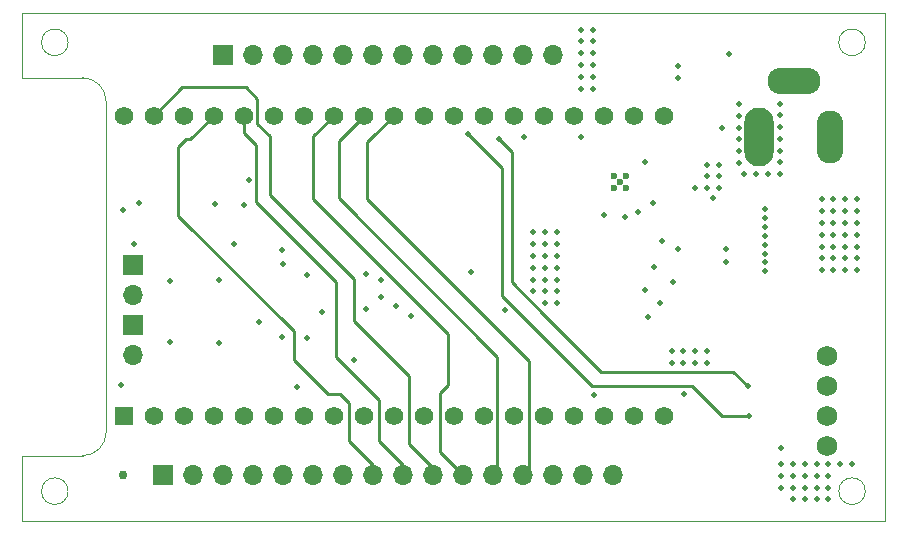
<source format=gbr>
%TF.GenerationSoftware,KiCad,Pcbnew,5.99.0-unknown-308ab8caf~106~ubuntu18.04.1*%
%TF.CreationDate,2021-02-25T19:42:53-08:00*%
%TF.ProjectId,signal-board,7369676e-616c-42d6-926f-6172642e6b69,rev?*%
%TF.SameCoordinates,Original*%
%TF.FileFunction,Copper,L3,Inr*%
%TF.FilePolarity,Positive*%
%FSLAX46Y46*%
G04 Gerber Fmt 4.6, Leading zero omitted, Abs format (unit mm)*
G04 Created by KiCad (PCBNEW 5.99.0-unknown-308ab8caf~106~ubuntu18.04.1) date 2021-02-25 19:42:53*
%MOMM*%
%LPD*%
G01*
G04 APERTURE LIST*
%TA.AperFunction,Profile*%
%ADD10C,0.100000*%
%TD*%
%TA.AperFunction,Profile*%
%ADD11C,0.120000*%
%TD*%
%TA.AperFunction,ComponentPad*%
%ADD12R,1.700000X1.700000*%
%TD*%
%TA.AperFunction,ComponentPad*%
%ADD13O,1.700000X1.700000*%
%TD*%
%TA.AperFunction,ComponentPad*%
%ADD14O,2.500000X5.000000*%
%TD*%
%TA.AperFunction,ComponentPad*%
%ADD15O,2.250000X4.500000*%
%TD*%
%TA.AperFunction,ComponentPad*%
%ADD16O,4.500000X2.250000*%
%TD*%
%TA.AperFunction,ComponentPad*%
%ADD17C,1.750000*%
%TD*%
%TA.AperFunction,ComponentPad*%
%ADD18R,1.560000X1.560000*%
%TD*%
%TA.AperFunction,ComponentPad*%
%ADD19C,1.560000*%
%TD*%
%TA.AperFunction,ComponentPad*%
%ADD20C,0.600000*%
%TD*%
%TA.AperFunction,ViaPad*%
%ADD21C,0.508000*%
%TD*%
%TA.AperFunction,ViaPad*%
%ADD22C,0.750000*%
%TD*%
%TA.AperFunction,Conductor*%
%ADD23C,0.254000*%
%TD*%
G04 APERTURE END LIST*
D10*
X170300000Y-141000000D02*
X170300000Y-98000000D01*
X170300000Y-141000000D02*
X97300000Y-141000000D01*
X97300000Y-135500000D02*
X97300000Y-141000000D01*
X104400000Y-133500000D02*
G75*
G02*
X102400000Y-135500000I-2000000J0D01*
G01*
X104400000Y-133500000D02*
X104400000Y-105500000D01*
X97300000Y-98000000D02*
X97300000Y-103500000D01*
D11*
X101175000Y-138500000D02*
G75*
G03*
X101175000Y-138500000I-1125000J0D01*
G01*
D10*
X102400000Y-103500000D02*
G75*
G02*
X104400000Y-105500000I0J-2000000D01*
G01*
D11*
X101175000Y-100500000D02*
G75*
G03*
X101175000Y-100500000I-1125000J0D01*
G01*
X97300000Y-98000000D02*
X170300000Y-98000000D01*
X168675000Y-138500000D02*
G75*
G03*
X168675000Y-138500000I-1125000J0D01*
G01*
D10*
X102400000Y-135500000D02*
X97300000Y-135500000D01*
D11*
X168675000Y-100500000D02*
G75*
G03*
X168675000Y-100500000I-1125000J0D01*
G01*
D10*
X102400000Y-103500000D02*
X97300000Y-103500000D01*
D12*
%TO.N,+3V3*%
%TO.C,J4*%
X109220000Y-137160000D03*
D13*
%TO.N,/en*%
X111760000Y-137160000D03*
%TO.N,/sensor_vp*%
X114300000Y-137160000D03*
%TO.N,/sensor_vn*%
X116840000Y-137160000D03*
%TO.N,/io34*%
X119380000Y-137160000D03*
%TO.N,/io35*%
X121920000Y-137160000D03*
%TO.N,/io25*%
X124460000Y-137160000D03*
%TO.N,/uart_tx*%
X127000000Y-137160000D03*
%TO.N,/uart_rx*%
X129540000Y-137160000D03*
%TO.N,/vspi_mosi*%
X132080000Y-137160000D03*
%TO.N,/vspi_miso*%
X134620000Y-137160000D03*
%TO.N,/vspi_clk*%
X137160000Y-137160000D03*
%TO.N,/vspi_cs*%
X139700000Y-137160000D03*
%TO.N,GND*%
X142240000Y-137160000D03*
%TO.N,+5V*%
X144780000Y-137160000D03*
%TO.N,/3-12V_UNFUSED*%
X147320000Y-137160000D03*
%TD*%
D14*
%TO.N,/3-12V_UNFUSED*%
%TO.C,J1*%
X159675000Y-108475000D03*
D15*
%TO.N,GND*%
X165675000Y-108475000D03*
D16*
X162675000Y-103775000D03*
%TD*%
D12*
%TO.N,/i2c_scl*%
%TO.C,J2*%
X114300000Y-101600000D03*
D13*
%TO.N,/i2c_sda*%
X116840000Y-101600000D03*
%TO.N,GND*%
X119380000Y-101600000D03*
%TO.N,/pixels_8*%
X121920000Y-101600000D03*
%TO.N,/pixels_7*%
X124460000Y-101600000D03*
%TO.N,/pixels_6*%
X127000000Y-101600000D03*
%TO.N,/pixels_5*%
X129540000Y-101600000D03*
%TO.N,/pixels_4*%
X132080000Y-101600000D03*
%TO.N,/pixels_3*%
X134620000Y-101600000D03*
%TO.N,/pixels_2*%
X137160000Y-101600000D03*
%TO.N,/pixels_1*%
X139700000Y-101600000D03*
%TO.N,GND*%
X142240000Y-101600000D03*
%TD*%
D17*
%TO.N,/3-12V_UNFUSED*%
%TO.C,J3*%
X165430200Y-127076200D03*
%TO.N,/pixels_1*%
X165430200Y-129616200D03*
%TO.N,/pixels_2*%
X165430200Y-132156200D03*
%TO.N,GND*%
X165430200Y-134696200D03*
%TD*%
D18*
%TO.N,+3V3*%
%TO.C,U2*%
X105890000Y-132100000D03*
D19*
%TO.N,/en*%
X108430000Y-132100000D03*
%TO.N,/sensor_vp*%
X110970000Y-132100000D03*
%TO.N,/sensor_vn*%
X113510000Y-132100000D03*
%TO.N,/io34*%
X116050000Y-132100000D03*
%TO.N,/io35*%
X118590000Y-132100000D03*
%TO.N,N/C*%
X121130000Y-132100000D03*
X123670000Y-132100000D03*
%TO.N,/io25*%
X126210000Y-132100000D03*
%TO.N,/level_shift_4*%
X128750000Y-132100000D03*
%TO.N,/level_shift_3*%
X131290000Y-132100000D03*
%TO.N,/status_led*%
X133830000Y-132100000D03*
%TO.N,/level_shift_2*%
X136370000Y-132100000D03*
%TO.N,GND*%
X138910000Y-132100000D03*
%TO.N,/level_shift_1*%
X141450000Y-132100000D03*
%TO.N,N/C*%
X143990000Y-132100000D03*
X146530000Y-132100000D03*
X149070000Y-132100000D03*
%TO.N,+5V*%
X151610000Y-132100000D03*
%TO.N,GND*%
X105890000Y-106700000D03*
%TO.N,/vspi_mosi*%
X108430000Y-106700000D03*
%TO.N,/i2c_scl*%
X110970000Y-106700000D03*
%TO.N,/uart_tx*%
X113510000Y-106700000D03*
%TO.N,/uart_rx*%
X116050000Y-106700000D03*
%TO.N,/i2c_sda*%
X118590000Y-106700000D03*
%TO.N,GND*%
X121130000Y-106700000D03*
%TO.N,/vspi_miso*%
X123670000Y-106700000D03*
%TO.N,/vspi_clk*%
X126210000Y-106700000D03*
%TO.N,/vspi_cs*%
X128750000Y-106700000D03*
%TO.N,/level_shift_8*%
X131290000Y-106700000D03*
%TO.N,/level_shift_7*%
X133830000Y-106700000D03*
%TO.N,/level_shift_6*%
X136370000Y-106700000D03*
%TO.N,/button_2*%
X138910000Y-106700000D03*
%TO.N,/level_shift_5*%
X141450000Y-106700000D03*
%TO.N,/button_1*%
X143990000Y-106700000D03*
%TO.N,N/C*%
X146530000Y-106700000D03*
X149070000Y-106700000D03*
X151610000Y-106700000D03*
%TD*%
D12*
%TO.N,GND*%
%TO.C,J5*%
X106680000Y-124460000D03*
D13*
%TO.N,Net-(J5-Pad2)*%
X106680000Y-127000000D03*
%TD*%
D20*
%TO.N,GND*%
%TO.C,U1*%
X147917100Y-112320600D03*
X147417100Y-112820600D03*
X148417100Y-112820600D03*
X148417100Y-111820600D03*
X147417100Y-111820600D03*
%TD*%
D12*
%TO.N,GND*%
%TO.C,J6*%
X106680000Y-119380000D03*
D13*
%TO.N,Net-(J6-Pad2)*%
X106680000Y-121920000D03*
%TD*%
D21*
%TO.N,GND*%
X155273000Y-126644400D03*
X140579600Y-116586000D03*
X161544000Y-136192000D03*
X109829600Y-120675400D03*
X166973000Y-114792000D03*
X166973000Y-115792000D03*
X142579600Y-116586000D03*
X144602200Y-100415600D03*
X166973000Y-116792000D03*
X142579600Y-118586000D03*
X144602200Y-104415600D03*
X141579600Y-117586000D03*
X152400000Y-120802400D03*
X163544000Y-137192000D03*
X156921200Y-119075200D03*
X167973000Y-116792000D03*
X141579600Y-119586000D03*
X141579600Y-116586000D03*
X162544000Y-139192000D03*
X152273000Y-126644400D03*
X145602200Y-104415600D03*
X117348000Y-124155200D03*
X145602200Y-103415600D03*
X156244800Y-110845600D03*
X165973000Y-118792000D03*
X164973000Y-119792000D03*
X144602200Y-102415600D03*
X141579600Y-120586000D03*
X145602200Y-101415600D03*
X164544000Y-139192000D03*
X165973000Y-114792000D03*
X140579600Y-119586000D03*
X155244800Y-112845600D03*
X113588800Y-114147600D03*
X164544000Y-136192000D03*
X164973000Y-117792000D03*
X119380000Y-119253000D03*
X166973000Y-117792000D03*
X105650000Y-129550000D03*
X163544000Y-136192000D03*
X167973000Y-113792000D03*
X139801600Y-108483400D03*
X145602200Y-99415600D03*
X165544000Y-139192000D03*
X156895800Y-118033800D03*
X144627600Y-108483400D03*
X166973000Y-113792000D03*
X164973000Y-118792000D03*
X142579600Y-121586000D03*
X164544000Y-137192000D03*
X113969800Y-125958600D03*
X155273000Y-127644400D03*
X109829600Y-125857000D03*
X167973000Y-114792000D03*
X164544000Y-138192000D03*
X156244800Y-112845600D03*
X163544000Y-139192000D03*
X162544000Y-138192000D03*
X166973000Y-119792000D03*
X161544000Y-134874000D03*
X144602200Y-99415600D03*
X122656600Y-123367800D03*
X141579600Y-121586000D03*
X165973000Y-113792000D03*
X145719800Y-130378200D03*
X145602200Y-100415600D03*
X140579600Y-118586000D03*
X141579600Y-122586000D03*
X164973000Y-115792000D03*
X152273000Y-127644400D03*
X144602200Y-103415600D03*
X154273000Y-126644400D03*
X165973000Y-119792000D03*
X144602200Y-101415600D03*
X165973000Y-116792000D03*
X165973000Y-117792000D03*
X167973000Y-117792000D03*
X120523000Y-129641600D03*
X142579600Y-117586000D03*
X161544000Y-137192000D03*
X162544000Y-136192000D03*
X167544000Y-136192000D03*
X167973000Y-118792000D03*
X164973000Y-116792000D03*
X150774400Y-119481600D03*
X166544000Y-136192000D03*
X142579600Y-119586000D03*
X155244800Y-110845600D03*
X165544000Y-138192000D03*
X142579600Y-120586000D03*
X140579600Y-117586000D03*
X116052600Y-114249200D03*
X115189000Y-117602000D03*
X164973000Y-113792000D03*
X166973000Y-118792000D03*
X140579600Y-121586000D03*
X107162600Y-114071400D03*
X106730800Y-117576600D03*
X154273000Y-127644400D03*
X153273000Y-126644400D03*
X153273000Y-127644400D03*
X142579600Y-122586000D03*
X153339800Y-130276600D03*
X113919000Y-120599200D03*
X135280400Y-119938800D03*
X165973000Y-115792000D03*
X155244800Y-111845600D03*
X162544000Y-137192000D03*
X154244800Y-112845600D03*
X119253000Y-118059200D03*
X140579600Y-120586000D03*
X145602200Y-102415600D03*
X156244800Y-111845600D03*
X138150600Y-123164600D03*
X161544000Y-138192000D03*
X167973000Y-115792000D03*
X125349000Y-127381000D03*
X165544000Y-136192000D03*
X163544000Y-138192000D03*
X164973000Y-114792000D03*
X167973000Y-119792000D03*
X165544000Y-137192000D03*
X151333200Y-122605800D03*
X141579600Y-118586000D03*
D22*
X105850000Y-137100000D03*
D21*
X119253000Y-125476000D03*
%TO.N,+3V3*%
X105825000Y-114725000D03*
X121398000Y-125531000D03*
X121384200Y-120165000D03*
%TO.N,/button_2*%
X126365000Y-120142000D03*
%TO.N,/button_1*%
X127635000Y-120650000D03*
%TO.N,/pixels_2*%
X158825000Y-132125000D03*
X135051800Y-108280200D03*
%TO.N,/pixels_1*%
X158725000Y-129625000D03*
X137668000Y-108712000D03*
%TO.N,/level_shift_5*%
X130175000Y-123698000D03*
%TO.N,/level_shift_6*%
X128905000Y-122809000D03*
%TO.N,/level_shift_7*%
X127635000Y-122047000D03*
%TO.N,/level_shift_8*%
X126365000Y-123063000D03*
%TO.N,/status_led*%
X116513000Y-112125000D03*
%TO.N,Net-(C3-Pad1)*%
X151460200Y-117297200D03*
X150672800Y-114096800D03*
%TO.N,Net-(C16-Pad1)*%
X157149800Y-101473000D03*
X152781000Y-102489000D03*
%TO.N,/TPS_FEEDBACK*%
X148365666Y-115311734D03*
X150317200Y-123723400D03*
%TO.N,/5V_Out_PG*%
X150063200Y-121488200D03*
X155800200Y-113662600D03*
X152857200Y-118008400D03*
X150063200Y-110642400D03*
%TO.N,/3-12V_UNFUSED*%
X158417000Y-111664000D03*
X157962600Y-107714800D03*
X157962600Y-109714800D03*
X161417000Y-105714800D03*
X161417000Y-106664000D03*
X160197800Y-116130200D03*
X157962600Y-106714800D03*
X159417000Y-111664000D03*
X160197800Y-119880200D03*
X160197800Y-116880200D03*
X160197800Y-118380200D03*
X161417000Y-107664000D03*
X157962600Y-105714800D03*
X160417000Y-111664000D03*
X161417000Y-110664000D03*
X161417000Y-108664000D03*
X160197800Y-119130200D03*
X160197800Y-115380200D03*
X161417000Y-111664000D03*
X160197800Y-117630200D03*
X161417000Y-109664000D03*
X157962600Y-108714800D03*
X160197800Y-114630200D03*
X157962600Y-110714800D03*
%TO.N,Net-(C15-Pad1)*%
X156514800Y-107772200D03*
X152781000Y-103479600D03*
%TO.N,VCC*%
X149428200Y-114884200D03*
X146558000Y-115112800D03*
%TD*%
D23*
%TO.N,/pixels_2*%
X156575000Y-132125000D02*
X158825000Y-132125000D01*
X153797000Y-129565400D02*
X154015400Y-129565400D01*
X137922000Y-111150400D02*
X135051800Y-108280200D01*
X139801600Y-123825000D02*
X137922000Y-121945400D01*
X145542000Y-129565400D02*
X153797000Y-129565400D01*
X139801600Y-123825000D02*
X145542000Y-129565400D01*
X137922000Y-121945400D02*
X137922000Y-111150400D01*
X154015400Y-129565400D02*
X156575000Y-132125000D01*
%TO.N,/pixels_1*%
X141579600Y-123647200D02*
X146329400Y-128397000D01*
X138760200Y-109804200D02*
X137668000Y-108712000D01*
X138760200Y-120827800D02*
X138760200Y-109804200D01*
X146329400Y-128397000D02*
X157497000Y-128397000D01*
X157497000Y-128397000D02*
X158725000Y-129625000D01*
X141579600Y-123647200D02*
X138760200Y-120827800D01*
%TO.N,/vspi_cs*%
X128750000Y-106700000D02*
X127000000Y-108450000D01*
X126492000Y-113792000D02*
X140208000Y-127508000D01*
X127000000Y-108450000D02*
X127000000Y-108458000D01*
X140208000Y-132207000D02*
X140208000Y-136652000D01*
X127000000Y-108458000D02*
X126492000Y-108966000D01*
X126492000Y-108966000D02*
X126492000Y-113792000D01*
X140208000Y-127508000D02*
X140208000Y-132207000D01*
X140208000Y-136652000D02*
X139700000Y-137160000D01*
%TO.N,/vspi_clk*%
X137531001Y-127117001D02*
X137531001Y-136788999D01*
X126210000Y-106700000D02*
X124079000Y-108831000D01*
X124079000Y-113538000D02*
X124079000Y-113665000D01*
X124079000Y-108831000D02*
X124079000Y-113538000D01*
X137531001Y-136788999D02*
X137160000Y-137160000D01*
X124079000Y-113665000D02*
X137531001Y-127117001D01*
%TO.N,/vspi_miso*%
X133350000Y-125222000D02*
X133350000Y-129540000D01*
X133350000Y-129540000D02*
X132668999Y-130221001D01*
X132668999Y-130221001D02*
X132668999Y-135208999D01*
X132668999Y-135208999D02*
X134620000Y-137160000D01*
X123670000Y-106700000D02*
X121912000Y-108458000D01*
X130810001Y-122682001D02*
X133350000Y-125222000D01*
X121912000Y-108458000D02*
X121912000Y-113784000D01*
X121912000Y-113784000D02*
X130810001Y-122682001D01*
%TO.N,/uart_rx*%
X127508000Y-134239000D02*
X129540000Y-136271000D01*
X123825000Y-120777000D02*
X123825000Y-127127000D01*
X129540000Y-136271000D02*
X129540000Y-137160000D01*
X117094000Y-109220000D02*
X117094000Y-114046000D01*
X116050000Y-108176000D02*
X117094000Y-109220000D01*
X123825000Y-127127000D02*
X127508000Y-130810000D01*
X127508000Y-130810000D02*
X127508000Y-134239000D01*
X116050000Y-106700000D02*
X116050000Y-108176000D01*
X117094000Y-114046000D02*
X123825000Y-120777000D01*
%TO.N,/uart_tx*%
X127000000Y-136271000D02*
X127000000Y-137160000D01*
X124206000Y-130302000D02*
X124968000Y-131064000D01*
X110490000Y-115189000D02*
X120269000Y-124968000D01*
X111498000Y-108712000D02*
X111125000Y-108712000D01*
X111125000Y-108712000D02*
X110490000Y-109347000D01*
X113510000Y-106700000D02*
X111498000Y-108712000D01*
X120269000Y-124968000D02*
X120269000Y-127381000D01*
X124968000Y-134239000D02*
X127000000Y-136271000D01*
X124968000Y-131064000D02*
X124968000Y-134239000D01*
X110490000Y-109347000D02*
X110490000Y-115189000D01*
X120269000Y-127381000D02*
X123190000Y-130302000D01*
X123190000Y-130302000D02*
X124206000Y-130302000D01*
%TO.N,/vspi_mosi*%
X125349000Y-120523000D02*
X118237000Y-113411000D01*
X110863000Y-104267000D02*
X108430000Y-106700000D01*
X132080000Y-137160000D02*
X132080000Y-136525000D01*
X132080000Y-136525000D02*
X130048000Y-134493000D01*
X117211001Y-105273001D02*
X116205000Y-104267000D01*
X116205000Y-104267000D02*
X110863000Y-104267000D01*
X130048000Y-128778000D02*
X125349000Y-124079000D01*
X118237000Y-108458000D02*
X117211001Y-107432001D01*
X125349000Y-124079000D02*
X125349000Y-120523000D01*
X130048000Y-134493000D02*
X130048000Y-128778000D01*
X118237000Y-113411000D02*
X118237000Y-108458000D01*
X117211001Y-107432001D02*
X117211001Y-105273001D01*
%TD*%
M02*

</source>
